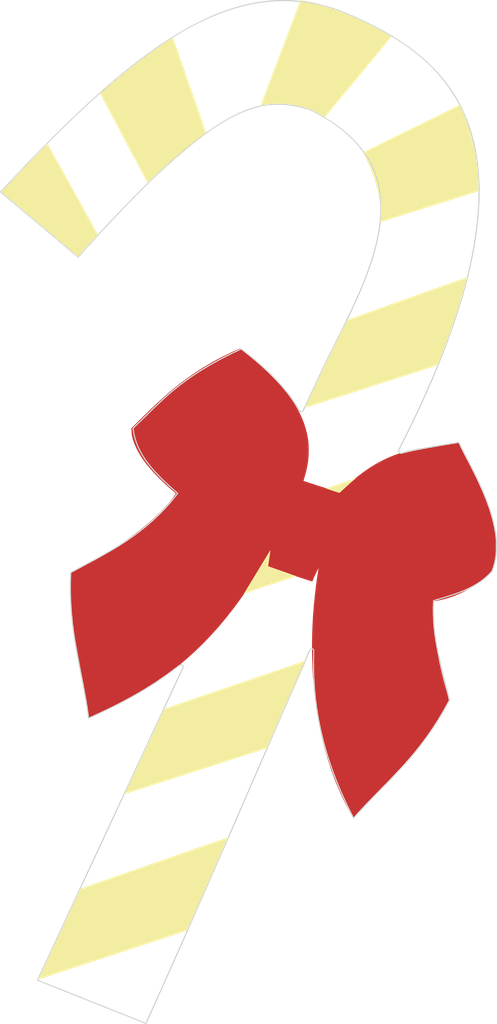
<source format=kicad_pcb>
(kicad_pcb (version 20201116) (generator pcbnew)
  (layers (0 "F.Cu" signal) (31 "B.Cu" signal) (34 "B.Paste" user) (35 "F.Paste" user) (36 "B.SilkS" user "B.Silkscreen") (37 "F.SilkS" user "F.Silkscreen") (38 "B.Mask" user) (39 "F.Mask" user) (44 "Edge.Cuts" user))
  (net 0 "")
  (footprint "11-CandyCane:CandyCane" (layer "F.Cu") (at 147.75 95.25)
    (fp_text reference "Ref**" hide)
    (fp_text value "Val**" hide)
    (fp_poly (pts (xy -1.656135 -14.78139) (xy -1.346066 -14.524575) (xy -1.064186 -14.288288) (xy -0.804841 -14.067622) (xy -0.562377 -13.857672) (xy -0.331141 -13.653534) (xy -0.105479 -13.450301) (xy 0.120264 -13.243067) (xy 0.169334 -13.197536) (xy 0.692088 -12.696973) (xy 1.174323 -12.204475) (xy 1.616821 -11.718816) (xy 2.020363 -11.238772) (xy 2.385733 -10.763118) (xy 2.713712 -10.290628) (xy 3.005082 -9.820078) (xy 3.260625 -9.350242) (xy 3.481123 -8.879895) (xy 3.66736 -8.407813) (xy 3.820116 -7.932771) (xy 3.940173 -7.453543) (xy 3.987117 -7.217833) (xy 4.024985 -6.994963) (xy 4.053302 -6.788807) (xy 4.073132 -6.586806) (xy 4.085533 -6.376398) (xy 4.091568 -6.145022) (xy 4.092575 -5.969) (xy 4.079948 -5.511587) (xy 4.04166 -5.066282) (xy 3.976261 -4.624011) (xy 3.8823 -4.175701) (xy 3.758326 -3.712281) (xy 3.702111 -3.52735) (xy 3.671509 -3.426893) (xy 3.647239 -3.341702) (xy 3.631363 -3.279463) (xy 3.625944 -3.24786) (xy 3.62648 -3.245632) (xy 3.647657 -3.237774) (xy 3.706084 -3.21794) (xy 3.798713 -3.187125) (xy 3.922496 -3.146326) (xy 4.074387 -3.096539) (xy 4.251338 -3.03876) (xy 4.450301 -2.973985) (xy 4.66823 -2.90321) (xy 4.902077 -2.827431) (xy 5.148795 -2.747645) (xy 5.240374 -2.718069) (xy 6.844617 -2.200158) (xy 6.930684 -2.28101) (xy 6.976623 -2.324357) (xy 7.045346 -2.389438) (xy 7.128982 -2.468792) (xy 7.219662 -2.554954) (xy 7.260508 -2.593806) (xy 7.82968 -3.113664) (xy 8.400435 -3.591484) (xy 8.973201 -4.027544) (xy 9.548406 -4.422125) (xy 10.12648 -4.775504) (xy 10.707851 -5.087961) (xy 11.292948 -5.359775) (xy 11.840157 -5.576097) (xy 12.09293 -5.664393) (xy 12.347128 -5.746197) (xy 12.60722 -5.822521) (xy 12.877676 -5.894375) (xy 13.162964 -5.962771) (xy 13.467553 -6.028719) (xy 13.795913 -6.09323) (xy 14.152513 -6.157315) (xy 14.541822 -6.221986) (xy 14.968309 -6.288252) (xy 15.028334 -6.297279) (xy 15.391026 -6.352474) (xy 15.733101 -6.40622) (xy 16.05208 -6.458074) (xy 16.345483 -6.507593) (xy 16.61083 -6.554333) (xy 16.84564 -6.59785) (xy 17.047435 -6.637703) (xy 17.213734 -6.673446) (xy 17.342058 -6.704637) (xy 17.401828 -6.721609) (xy 17.411957 -6.716758) (xy 17.428976 -6.696448) (xy 17.454011 -6.658581) (xy 17.488188 -6.60106) (xy 17.532632 -6.521789) (xy 17.588468 -6.418671) (xy 17.656822 -6.289608) (xy 17.738819 -6.132505) (xy 17.835586 -5.945264) (xy 17.948247 -5.725789) (xy 18.077929 -5.471982) (xy 18.177568 -5.276436) (xy 18.302075 -5.031469) (xy 18.425926 -4.78704) (xy 18.547015 -4.547345) (xy 18.663239 -4.316581) (xy 18.772494 -4.098946) (xy 18.872676 -3.898637) (xy 18.961682 -3.719851) (xy 19.037408 -3.566784) (xy 19.09775 -3.443635) (xy 19.135428 -3.3655) (xy 19.395265 -2.808106) (xy 19.629541 -2.280262) (xy 19.839348 -1.778629) (xy 20.025775 -1.299864) (xy 20.189914 -0.840627) (xy 20.332854 -0.397578) (xy 20.455687 0.032625) (xy 20.559502 0.453322) (xy 20.645391 0.867854) (xy 20.714443 1.279563) (xy 20.757741 1.604447) (xy 20.773443 1.772802) (xy 20.785054 1.971975) (xy 20.792575 2.192515) (xy 20.796011 2.424973) (xy 20.795364 2.659897) (xy 20.790637 2.887837) (xy 20.781833 3.099344) (xy 20.768956 3.284965) (xy 20.757167 3.39725) (xy 20.706559 3.736901) (xy 20.640424 4.083285) (xy 20.562573 4.417614) (xy 20.512553 4.602086) (xy 20.42779 4.896756) (xy 20.290254 5.020887) (xy 19.786699 5.450425) (xy 19.270422 5.841829) (xy 18.742405 6.194598) (xy 18.203633 6.508234) (xy 17.655091 6.782236) (xy 17.097762 7.016105) (xy 16.532632 7.209342) (xy 15.960683 7.361446) (xy 15.499292 7.453108) (xy 15.218834 7.500516) (xy 15.219038 8.13705) (xy 15.229879 8.792305) (xy 15.262275 9.455382) (xy 15.316669 10.128952) (xy 15.393503 10.815691) (xy 15.49322 11.51827) (xy 15.616261 12.239363) (xy 15.763068 12.981644) (xy 15.934083 13.747786) (xy 16.129749 14.540462) (xy 16.350508 15.362345) (xy 16.501655 15.892848) (xy 16.639215 16.365778) (xy 16.40267 16.792431) (xy 15.927932 17.621045) (xy 15.442731 18.4123) (xy 14.943918 19.170538) (xy 14.428341 19.900096) (xy 13.89285 20.605315) (xy 13.334292 21.290533) (xy 12.749517 21.960091) (xy 12.288762 22.457834) (xy 12.226928 22.522143) (xy 12.13808 22.613251) (xy 12.025234 22.728116) (xy 11.891406 22.863698) (xy 11.739612 23.016958) (xy 11.572868 23.184854) (xy 11.394189 23.364347) (xy 11.206593 23.552397) (xy 11.013095 23.745963) (xy 10.816711 23.942005) (xy 10.787378 23.97125) (xy 10.469014 24.289461) (xy 10.178891 24.581339) (xy 9.914459 24.849603) (xy 9.67317 25.096975) (xy 9.452473 25.326174) (xy 9.24982 25.539921) (xy 9.062662 25.740936) (xy 8.88845 25.931939) (xy 8.724633 26.115649) (xy 8.568664 26.294789) (xy 8.417993 26.472076) (xy 8.270071 26.650233) (xy 8.223576 26.707042) (xy 8.16872 26.773571) (xy 8.124743 26.825557) (xy 8.097815 26.855775) (xy 8.092517 26.8605) (xy 8.078366 26.844843) (xy 8.056817 26.812875) (xy 7.955998 26.645534) (xy 7.841881 26.444959) (xy 7.717457 26.216991) (xy 7.585712 25.96747) (xy 7.449637 25.702238) (xy 7.312219 25.427135) (xy 7.176448 25.148003) (xy 7.045312 24.870683) (xy 6.9218 24.601015) (xy 6.898881 24.549871) (xy 6.510022 23.62912) (xy 6.153316 22.681285) (xy 5.82891 21.706988) (xy 5.536948 20.706853) (xy 5.277579 19.681503) (xy 5.050947 18.63156) (xy 4.8572 17.557648) (xy 4.696485 16.46039) (xy 4.568946 15.340408) (xy 4.477909 14.245167) (xy 4.434992 13.491272) (xy 4.406984 12.708317) (xy 4.393887 11.906861) (xy 4.3957 11.097464) (xy 4.412423 10.290687) (xy 4.444056 9.497088) (xy 4.477943 8.911167) (xy 4.547772 7.99544) (xy 4.635983 7.078213) (xy 4.741227 6.171749) (xy 4.862158 5.288307) (xy 4.912733 4.95615) (xy 4.932043 4.82975) (xy 4.948113 4.718267) (xy 4.960087 4.628202) (xy 4.967106 4.56606) (xy 4.968311 4.538342) (xy 4.96799 4.537601) (xy 4.956802 4.553011) (xy 4.930851 4.60112) (xy 4.892904 4.676094) (xy 4.845725 4.772099) (xy 4.792079 4.883299) (xy 4.734731 5.00386) (xy 4.676447 5.127947) (xy 4.619992 5.249726) (xy 4.568131 5.363361) (xy 4.52363 5.463019) (xy 4.489253 5.542863) (xy 4.475192 5.577417) (xy 4.446653 5.649341) (xy 4.424416 5.703977) (xy 4.412654 5.731105) (xy 4.412 5.73224) (xy 4.39165 5.726665) (xy 4.333834 5.708631) (xy 4.24126 5.679025) (xy 4.116637 5.638732) (xy 3.962675 5.588639) (xy 3.782082 5.529631) (xy 3.577567 5.462595) (xy 3.351839 5.388416) (xy 3.107606 5.30798) (xy 2.847578 5.222174) (xy 2.574463 5.131883) (xy 2.413756 5.078679) (xy 0.660403 4.497917) (xy 4.974167 4.497917) (xy 4.98475 4.5085) (xy 4.995334 4.497917) (xy 4.98475 4.487334) (xy 4.974167 4.497917) (xy 0.660403 4.497917) (xy 0.42052 4.418461) (xy 0.432231 4.341772) (xy 0.438635 4.301105) (xy 0.450825 4.224872) (xy 0.467798 4.119297) (xy 0.488552 3.990598) (xy 0.512085 3.844998) (xy 0.537396 3.688717) (xy 0.539471 3.67592) (xy 0.564174 3.523024) (xy 0.586486 3.383893) (xy 0.605548 3.263964) (xy 0.620502 3.168673) (xy 0.630489 3.103454) (xy 0.634652 3.073743) (xy 0.63472 3.07267) (xy 0.625306 3.083255) (xy 0.600384 3.123542) (xy 0.564535 3.185968) (xy 0.547121 3.217334) (xy -0.045213 4.262132) (xy -0.651284 5.267446) (xy -1.271754 6.234054) (xy -1.90729 7.162737) (xy -2.558555 8.054273) (xy -3.226214 8.909443) (xy -3.910931 9.729026) (xy -4.613371 10.513802) (xy -5.334198 11.26455) (xy -6.074077 11.98205) (xy -6.833672 12.667082) (xy -7.613647 13.320425) (xy -8.414667 13.94286) (xy -8.89 14.290615) (xy -9.682154 14.837324) (xy -10.501969 15.363555) (xy -11.351535 15.870469) (xy -12.232941 16.359226) (xy -13.148277 16.830987) (xy -14.099632 17.286912) (xy -15.041572 17.707678) (xy -15.178522 17.76664) (xy -15.302411 17.819654) (xy -15.408024 17.864516) (xy -15.49015 17.89902) (xy -15.543575 17.920963) (xy -15.562981 17.928167) (xy -15.570323 17.908885) (xy -15.579335 17.85827) (xy -15.588093 17.787171) (xy -15.588286 17.785292) (xy -15.622165 17.480699) (xy -15.665667 17.137866) (xy -15.718845 16.756472) (xy -15.78175 16.336194) (xy -15.854434 15.876713) (xy -15.936949 15.377708) (xy -16.029347 14.838857) (xy -16.131681 14.259839) (xy -16.244001 13.640334) (xy -16.360186 13.01303) (xy -16.457208 12.490795) (xy -16.545754 12.006774) (xy -16.626242 11.557792) (xy -16.699094 11.140675) (xy -16.764729 10.752247) (xy -16.823567 10.389335) (xy -16.876027 10.048764) (xy -16.922531 9.727359) (xy -16.963496 9.421946) (xy -16.999345 9.129351) (xy -17.030495 8.846399) (xy -17.057368 8.569915) (xy -17.080383 8.296725) (xy -17.09996 8.023655) (xy -17.116519 7.74753) (xy -17.13048 7.465175) (xy -17.142262 7.173416) (xy -17.145769 7.073799) (xy -17.150028 6.912351) (xy -17.152689 6.730837) (xy -17.153847 6.534559) (xy -17.153601 6.328819) (xy -17.152049 6.118918) (xy -17.149288 5.910159) (xy -17.145416 5.707844) (xy -17.140531 5.517275) (xy -17.134731 5.343754) (xy -17.128113 5.192582) (xy -17.120775 5.069061) (xy -17.112815 4.978495) (xy -17.106335 4.934606) (xy -17.099907 4.910143) (xy -17.088526 4.888828) (xy -17.067136 4.867572) (xy -17.030677 4.843283) (xy -16.974094 4.812871) (xy -16.892327 4.773246) (xy -16.780319 4.721315) (xy -16.688806 4.679454) (xy -16.173773 4.434534) (xy -15.636686 4.160524) (xy -15.082838 3.860651) (xy -14.51752 3.538142) (xy -13.946022 3.196223) (xy -13.373637 2.838122) (xy -12.805655 2.467066) (xy -12.247368 2.086281) (xy -11.704068 1.698994) (xy -11.260666 1.369126) (xy -10.799512 1.010158) (xy -10.357828 0.648714) (xy -9.937908 0.287035) (xy -9.54205 -0.072639) (xy -9.172547 -0.428067) (xy -8.831694 -0.777008) (xy -8.521788 -1.117222) (xy -8.245124 -1.446468) (xy -8.003995 -1.762506) (xy -7.898948 -1.912694) (xy -7.757583 -2.121472) (xy -7.873275 -2.219611) (xy -8.283125 -2.575445) (xy -8.680171 -2.936341) (xy -9.06054 -3.298398) (xy -9.42036 -3.657713) (xy -9.755758 -4.010385) (xy -10.062862 -4.352511) (xy -10.337798 -4.680189) (xy -10.428456 -4.79425) (xy -10.69517 -5.154671) (xy -10.936158 -5.520234) (xy -11.149291 -5.886792) (xy -11.332441 -6.250201) (xy -11.483478 -6.606315) (xy -11.600273 -6.95099) (xy -11.664379 -7.200684) (xy -11.682773 -7.303576) (xy -11.699596 -7.431306) (xy -11.712802 -7.566382) (xy -11.719612 -7.672916) (xy -11.731778 -7.948083) (xy -10.897535 -8.773583) (xy -10.478396 -9.185791) (xy -10.083733 -9.568493) (xy -9.71052 -9.924368) (xy -9.355733 -10.256094) (xy -9.016348 -10.566352) (xy -8.689339 -10.857819) (xy -8.371681 -11.133175) (xy -8.060351 -11.395098) (xy -7.752322 -11.646267) (xy -7.444572 -11.88936) (xy -7.134073 -12.127058) (xy -6.985 -12.238663) (xy -6.195013 -12.800367) (xy -5.377095 -13.332026) (xy -4.535381 -13.831231) (xy -3.674008 -14.295575) (xy -2.797112 -14.722648) (xy -2.449885 -14.879433) (xy -2.01052 -15.073458) (xy -1.656135 -14.78139)) (layer "F.Cu") (width 0.01) (fill solid))
    (fp_line (start -10.6966 -8.7978) (end -11.5788 -7.9486) (layer "Edge.Cuts") (width 0.1))
    (fp_line (start 16.1889 -38.966) (end 15.8892 -39.333) (layer "Edge.Cuts") (width 0.1))
    (fp_line (start 17.0267 -37.7796) (end 16.7582 -38.1896) (layer "Edge.Cuts") (width 0.1))
    (fp_line (start 19.0092 6.0151) (end 19.3193 5.8186) (layer "Edge.Cuts") (width 0.1))
    (fp_line (start 10.3126 -29.6901) (end 10.3863 -29.3369) (layer "Edge.Cuts") (width 0.1))
    (fp_line (start -11.2628 -28.8153) (end -10.3497 -29.7219) (layer "Edge.Cuts") (width 0.1))
    (fp_line (start 11.3156 23.4822) (end 12.414 22.3194) (layer "Edge.Cuts") (width 0.1))
    (fp_line (start -16.6536 11.7882) (end -16.3656 13.3183) (layer "Edge.Cuts") (width 0.1))
    (fp_line (start 15.8892 -39.333) (end 15.5805 -39.6865) (layer "Edge.Cuts") (width 0.1))
    (fp_line (start 3.6027 -9.5208) (end 3.5464 -9.4523) (layer "Edge.Cuts") (width 0.1))
    (fp_line (start 10.3202 -25.2802) (end 10.161 -24.5173) (layer "Edge.Cuts") (width 0.1))
    (fp_line (start -1.0413 -36.4737) (end -0.5578 -36.6166) (layer "Edge.Cuts") (width 0.1))
    (fp_line (start -10.6065 15.4) (end -9.6031 14.7691) (layer "Edge.Cuts") (width 0.1))
    (fp_line (start 16.0025 -14.4782) (end 16.4216 -15.5714) (layer "Edge.Cuts") (width 0.1))
    (fp_line (start 9.4759 -22.2023) (end 9.1896 -21.4255) (layer "Edge.Cuts") (width 0.1))
    (fp_line (start -7.1518 13.4685) (end -20.1222 41.3137) (layer "Edge.Cuts") (width 0.1))
    (fp_line (start 12.414 22.3194) (end 12.962 21.7066) (layer "Edge.Cuts") (width 0.1))
    (fp_line (start 17.7596 -36.4569) (end 17.528 -36.9136) (layer "Edge.Cuts") (width 0.1))
    (fp_line (start 5.5599 -35.6455) (end 5.9928 -35.3756) (layer "Edge.Cuts") (width 0.1))
    (fp_line (start -10.9572 -5.9113) (end -10.7447 -5.5352) (layer "Edge.Cuts") (width 0.1))
    (fp_line (start -13.4595 2.9053) (end -14.6968 3.6095) (layer "Edge.Cuts") (width 0.1))
    (fp_line (start 19.2895 -28.1653) (end 19.3055 -28.8873) (layer "Edge.Cuts") (width 0.1))
    (fp_line (start 18.1815 -35.4942) (end 17.9777 -35.9839) (layer "Edge.Cuts") (width 0.1))
    (fp_line (start 12.962 21.7066) (end 13.5077 21.0655) (layer "Edge.Cuts") (width 0.1))
    (fp_line (start 5.6203 -45.59799) (end 5.1513 -45.7185) (layer "Edge.Cuts") (width 0.1))
    (fp_line (start 17.1665 -17.6757) (end 17.4936 -18.6874) (layer "Edge.Cuts") (width 0.1))
    (fp_line (start 7.5107 -44.9531) (end 6.5623 -45.30831) (layer "Edge.Cuts") (width 0.1))
    (fp_line (start 20.8665 2.5167) (end 20.8512 2.1155) (layer "Edge.Cuts") (width 0.1))
    (fp_line (start 10.5429 -27.5276) (end 10.5145 -26.7865) (layer "Edge.Cuts") (width 0.1))
    (fp_line (start -14.5819 17.4899) (end -13.5982 17.0202) (layer "Edge.Cuts") (width 0.1))
    (fp_line (start -14.261 -25.6794) (end -13.2168 -26.7961) (layer "Edge.Cuts") (width 0.1))
    (fp_line (start 5.4221 20.0658) (end 5.6799 20.9792) (layer "Edge.Cuts") (width 0.1))
    (fp_line (start -10.7447 -5.5352) (end -10.5076 -5.1679) (layer "Edge.Cuts") (width 0.1))
    (fp_line (start -6.5038 -43.75914) (end -7.4618 -43.21416) (layer "Edge.Cuts") (width 0.1))
    (fp_line (start 19.3055 -28.8873) (end 19.2996 -29.5876) (layer "Edge.Cuts") (width 0.1))
    (fp_line (start -6.1794 -12.6853) (end -6.8221 -12.2384) (layer "Edge.Cuts") (width 0.1))
    (fp_line (start 15.8808 -6.4225) (end 14.4719 -6.1737) (layer "Edge.Cuts") (width 0.1))
    (fp_line (start 20.7779 3.6967) (end 20.8313 3.3081) (layer "Edge.Cuts") (width 0.1))
    (fp_line (start 20.1907 5.108) (end 20.4585 4.8248) (layer "Edge.Cuts") (width 0.1))
    (fp_line (start 3.2721 -9.5255) (end 2.8356 -10.2259) (layer "Edge.Cuts") (width 0.1))
    (fp_line (start 20.699 4.0795) (end 20.7779 3.6967) (layer "Edge.Cuts") (width 0.1))
    (fp_line (start 18.8422 -33.3597) (end 18.7015 -33.9204) (layer "Edge.Cuts") (width 0.1))
    (fp_line (start 6.0906 -45.46129) (end 5.6203 -45.59799) (layer "Edge.Cuts") (width 0.1))
    (fp_line (start 0.3651 -36.803) (end 0.8078 -36.8507) (layer "Edge.Cuts") (width 0.1))
    (fp_line (start 20.4998 0.0868) (end 20.2568 -0.7205) (layer "Edge.Cuts") (width 0.1))
    (fp_line (start 15.5514 -13.357) (end 16.0025 -14.4782) (layer "Edge.Cuts") (width 0.1))
    (fp_line (start -8.6428 -31.3399) (end -7.8457 -32.0555) (layer "Edge.Cuts") (width 0.1))
    (fp_line (start 4.692 16.1817) (end 4.8252 17.1896) (layer "Edge.Cuts") (width 0.1))
    (fp_line (start -0.5578 -36.6166) (end -0.0896 -36.7257) (layer "Edge.Cuts") (width 0.1))
    (fp_line (start -16.3656 13.3183) (end -16.0681 14.8333) (layer "Edge.Cuts") (width 0.1))
    (fp_line (start 14.9381 -40.35456) (end 14.2669 -40.97326) (layer "Edge.Cuts") (width 0.1))
    (fp_line (start -1.9319 -15.0267) (end -1.9319 -15.0267) (layer "Edge.Cuts") (width 0.1))
    (fp_line (start -0.0896 -36.7257) (end 0.3651 -36.803) (layer "Edge.Cuts") (width 0.1))
    (fp_line (start 4.3947 11.7487) (end 4.4517 11.7556) (layer "Edge.Cuts") (width 0.1))
    (fp_line (start 17.7231 -6.215) (end 17.4978 -6.6858) (layer "Edge.Cuts") (width 0.1))
    (fp_line (start -17.1544 4.9319) (end -17.1852 5.8916) (layer "Edge.Cuts") (width 0.1))
    (fp_line (start -7.6005 13.3346) (end -7.4618 13.2296) (layer "Edge.Cuts") (width 0.1))
    (fp_line (start -4.709 -13.5984) (end -5.4775 -13.1384) (layer "Edge.Cuts") (width 0.1))
    (fp_line (start 2.081 -36.8371) (end 2.4927 -36.7874) (layer "Edge.Cuts") (width 0.1))
    (fp_line (start 14.2669 -40.97326) (end 13.5719 -41.54583) (layer "Edge.Cuts") (width 0.1))
    (fp_line (start -13.2168 -26.7961) (end -12.218 -27.8407) (layer "Edge.Cuts") (width 0.1))
    (fp_line (start 16.4788 -38.585) (end 16.1889 -38.966) (layer "Edge.Cuts") (width 0.1))
    (fp_line (start 19.1576 -31.5634) (end 19.0709 -32.1816) (layer "Edge.Cuts") (width 0.1))
    (fp_line (start 15.6403 18.1101) (end 16.1545 17.2463) (layer "Edge.Cuts") (width 0.1))
    (fp_line (start 7.5019 -34.2415) (end 7.8256 -33.9449) (layer "Edge.Cuts") (width 0.1))
    (fp_line (start -12.2304 2.1362) (end -12.8433 2.5306) (layer "Edge.Cuts") (width 0.1))
    (fp_line (start -10.3497 -29.7219) (end -9.4769 -30.5628) (layer "Edge.Cuts") (width 0.1))
    (fp_line (start 9.965 -23.7493) (end 9.7355 -22.9772) (layer "Edge.Cuts") (width 0.1))
    (fp_line (start -3.1614 -35.5203) (end -2.6001 -35.8201) (layer "Edge.Cuts") (width 0.1))
    (fp_line (start 10.2229 24.5974) (end 11.3156 23.4822) (layer "Edge.Cuts") (width 0.1))
    (fp_line (start 16.4216 -15.5714) (end 16.8094 -16.6371) (layer "Edge.Cuts") (width 0.1))
    (fp_line (start 4.9926 18.1721) (end 5.1923 19.1305) (layer "Edge.Cuts") (width 0.1))
    (fp_line (start 0.9699 -46.091) (end 0.5074 -46.05507) (layer "Edge.Cuts") (width 0.1))
    (fp_line (start 6.6009 23.6) (end 6.9501 24.4376) (layer "Edge.Cuts") (width 0.1))
    (fp_line (start -8.4665 -10.9273) (end -8.9442 -10.4977) (layer "Edge.Cuts") (width 0.1))
    (fp_line (start 16.1307 14.19) (end 15.8699 13.1227) (layer "Edge.Cuts") (width 0.1))
    (fp_line (start 1.8953 -46.11715) (end 1.4325 -46.11173) (layer "Edge.Cuts") (width 0.1))
    (fp_line (start -7.6024 -2.1366) (end -8.142 -1.462) (layer "Edge.Cuts") (width 0.1))
    (fp_line (start 7.0994 -16.7869) (end 5.5988 -13.795) (layer "Edge.Cuts") (width 0.1))
    (fp_line (start 3.5464 -9.4523) (end 3.457 -9.4188) (layer "Edge.Cuts") (width 0.1))
    (fp_line (start -11.4264 -7.0994) (end -11.3001 -6.6927) (layer "Edge.Cuts") (width 0.1))
    (fp_line (start 20.2568 -0.7205) (end 19.9717 -1.5159) (layer "Edge.Cuts") (width 0.1))
    (fp_line (start 16.6538 7.012) (end 17.3509 6.7766) (layer "Edge.Cuts") (width 0.1))
    (fp_line (start 18.0601 -20.6323) (end 18.3008 -21.5662) (layer "Edge.Cuts") (width 0.1))
    (fp_line (start -17.1852 5.8916) (end -17.1824 6.8147) (layer "Edge.Cuts") (width 0.1))
    (fp_line (start 3.457 -9.4188) (end 3.4072 -9.4206) (layer "Edge.Cuts") (width 0.1))
    (fp_line (start 10.5145 -26.7865) (end 10.4391 -26.037) (layer "Edge.Cuts") (width 0.1))
    (fp_line (start 19.3193 5.8186) (end 19.6202 5.6031) (layer "Edge.Cuts") (width 0.1))
    (fp_line (start 3.4072 -9.4206) (end 3.3578 -9.4375) (layer "Edge.Cuts") (width 0.1))
    (fp_line (start 7.8256 -33.9449) (end 8.1287 -33.6434) (layer "Edge.Cuts") (width 0.1))
    (fp_line (start 15.3559 10.3844) (end 15.2929 9.8166) (layer "Edge.Cuts") (width 0.1))
    (fp_line (start 17.9777 -35.9839) (end 17.7596 -36.4569) (layer "Edge.Cuts") (width 0.1))
    (fp_line (start 4.5951 15.1473) (end 4.692 16.1817) (layer "Edge.Cuts") (width 0.1))
    (fp_line (start 9.1434 -32.3909) (end 9.3499 -32.0667) (layer "Edge.Cuts") (width 0.1))
    (fp_line (start -7.2329 13.1656) (end -7.179 13.196) (layer "Edge.Cuts") (width 0.1))
    (fp_line (start -10.4349 45.1735) (end -8.5691 41.0222) (layer "Edge.Cuts") (width 0.1))
    (fp_line (start -8.142 -1.462) (end -8.6954 -0.8344) (layer "Edge.Cuts") (width 0.1))
    (fp_line (start 2.3471 -10.9126) (end 1.8021 -11.5906) (layer "Edge.Cuts") (width 0.1))
    (fp_line (start -7.9583 -11.3601) (end -8.4665 -10.9273) (layer "Edge.Cuts") (width 0.1))
    (fp_line (start -8.6954 -0.8344) (end -9.2611 -0.2504) (layer "Edge.Cuts") (width 0.1))
    (fp_line (start 5.1923 19.1305) (end 5.4221 20.0658) (layer "Edge.Cuts") (width 0.1))
    (fp_line (start 15.2199 8.0544) (end 15.2409 7.4441) (layer "Edge.Cuts") (width 0.1))
    (fp_line (start 17.9944 -5.6813) (end 17.7231 -6.215) (layer "Edge.Cuts") (width 0.1))
    (fp_line (start 2.9008 -36.7188) (end 3.3071 -36.6332) (layer "Edge.Cuts") (width 0.1))
    (fp_line (start 18.9742 -3.7669) (end 18.631 -4.4509) (layer "Edge.Cuts") (width 0.1))
    (fp_line (start 4.2228 11.817) (end 4.2746 11.78) (layer "Edge.Cuts") (width 0.1))
    (fp_line (start -12.8433 2.5306) (end -13.4595 2.9053) (layer "Edge.Cuts") (width 0.1))
    (fp_line (start 8.6747 -33.0262) (end 8.9185 -32.7107) (layer "Edge.Cuts") (width 0.1))
    (fp_line (start -17.6775 -34.9406) (end -18.7845 -33.8483) (layer "Edge.Cuts") (width 0.1))
    (fp_line (start -16.9043 10.2136) (end -16.7854 11.0083) (layer "Edge.Cuts") (width 0.1))
    (fp_line (start 0.8078 -36.8507) (end 1.2402 -36.8708) (layer "Edge.Cuts") (width 0.1))
    (fp_line (start 15.6325 12.0435) (end 15.4349 10.9441) (layer "Edge.Cuts") (width 0.1))
    (fp_line (start 12.7947 -7.3175) (end 13.415 -8.5845) (layer "Edge.Cuts") (width 0.1))
    (fp_line (start 12.31 -5.7177) (end 12.2425 -5.7312) (layer "Edge.Cuts") (width 0.1))
    (fp_line (start 18.6907 6.1944) (end 19.0092 6.0151) (layer "Edge.Cuts") (width 0.1))
    (fp_line (start -2.738 -45.38625) (end -3.6715 -45.06397) (layer "Edge.Cuts") (width 0.1))
    (fp_line (start 17.2835 -37.3544) (end 17.0267 -37.7796) (layer "Edge.Cuts") (width 0.1))
    (fp_line (start -0.2183 -13.6229) (end -1.0354 -14.3166) (layer "Edge.Cuts") (width 0.1))
    (fp_line (start 4.6835 -45.82293) (end 4.2168 -45.91136) (layer "Edge.Cuts") (width 0.1))
    (fp_line (start 9.3499 -32.0667) (end 9.5382 -31.7385) (layer "Edge.Cuts") (width 0.1))
    (fp_line (start -17.0069 9.4006) (end -16.9043 10.2136) (layer "Edge.Cuts") (width 0.1))
    (fp_line (start 5.5988 -13.795) (end 3.6027 -9.5208) (layer "Edge.Cuts") (width 0.1))
    (fp_line (start 17.7912 -19.6728) (end 18.0601 -20.6323) (layer "Edge.Cuts") (width 0.1))
    (fp_line (start -16.0681 14.8333) (end -15.7887 16.3622) (layer "Edge.Cuts") (width 0.1))
    (fp_line (start -5.6596 -33.8544) (end -4.9938 -34.3451) (layer "Edge.Cuts") (width 0.1))
    (fp_line (start -18.7845 -33.8483) (end -19.9111 -32.7109) (layer "Edge.Cuts") (width 0.1))
    (fp_line (start -12.218 -27.8407) (end -11.2628 -28.8153) (layer "Edge.Cuts") (width 0.1))
    (fp_line (start 18.8605 -24.2185) (end 18.995 -25.0542) (layer "Edge.Cuts") (width 0.1))
    (fp_line (start -15.7887 16.3622) (end -15.6645 17.1411) (layer "Edge.Cuts") (width 0.1))
    (fp_line (start -19.9111 -32.7109) (end -21.0582 -31.5292) (layer "Edge.Cuts") (width 0.1))
    (fp_line (start -9.2611 -0.2504) (end -9.8379 0.2936) (layer "Edge.Cuts") (width 0.1))
    (fp_line (start 2.3584 -46.10718) (end 1.8953 -46.11715) (layer "Edge.Cuts") (width 0.1))
    (fp_line (start -7.4618 13.2296) (end -7.3773 13.1784) (layer "Edge.Cuts") (width 0.1))
    (fp_line (start 15.2409 7.4441) (end 16.6538 7.012) (layer "Edge.Cuts") (width 0.1))
    (fp_line (start -3.6715 -45.06397) (end -4.6097 -44.68484) (layer "Edge.Cuts") (width 0.1))
    (fp_line (start -17.1495 7.7048) (end -17.0898 8.5656) (layer "Edge.Cuts") (width 0.1))
    (fp_line (start 9.186 -44.19212) (end 8.4664 -44.53157) (layer "Edge.Cuts") (width 0.1))
    (fp_line (start 2.822 -46.08172) (end 2.3584 -46.10718) (layer "Edge.Cuts") (width 0.1))
    (fp_line (start -4.9938 -34.3451) (end -4.3566 -34.7849) (layer "Edge.Cuts") (width 0.1))
    (fp_line (start 19.2511 -27.4215) (end 19.2895 -28.1653) (layer "Edge.Cuts") (width 0.1))
    (fp_line (start -5.4775 -13.1384) (end -6.1794 -12.6853) (layer "Edge.Cuts") (width 0.1))
    (fp_line (start 12.1901 -5.7631) (end 12.1524 -5.8082) (layer "Edge.Cuts") (width 0.1))
    (fp_line (start 9.7355 -22.9772) (end 9.4759 -22.2023) (layer "Edge.Cuts") (width 0.1))
    (fp_line (start 3.7511 -45.98391) (end 3.2862 -46.04066) (layer "Edge.Cuts") (width 0.1))
    (fp_line (start -8.6004 14.0827) (end -7.6005 13.3346) (layer "Edge.Cuts") (width 0.1))
    (fp_line (start 18.995 -25.0542) (end 19.1045 -25.8663) (layer "Edge.Cuts") (width 0.1))
    (fp_line (start 15.2929 9.8166) (end 15.2479 9.2396) (layer "Edge.Cuts") (width 0.1))
    (fp_line (start 8.4664 -44.53157) (end 7.5107 -44.9531) (layer "Edge.Cuts") (width 0.1))
    (fp_line (start -11.6083 15.9814) (end -10.6065 15.4) (layer "Edge.Cuts") (width 0.1))
    (fp_line (start -21.0582 -31.5292) (end -23.4178 -29.0363) (layer "Edge.Cuts") (width 0.1))
    (fp_line (start 5.6799 20.9792) (end 5.9637 21.8719) (layer "Edge.Cuts") (width 0.1))
    (fp_line (start -1.5417 -36.2947) (end -1.0413 -36.4737) (layer "Edge.Cuts") (width 0.1))
    (fp_line (start 16.1545 17.2463) (end 16.6586 16.3216) (layer "Edge.Cuts") (width 0.1))
    (fp_line (start -6.3557 -33.3106) (end -5.6596 -33.8544) (layer "Edge.Cuts") (width 0.1))
    (fp_line (start 16.6586 16.3216) (end 16.399 15.2536) (layer "Edge.Cuts") (width 0.1))
    (fp_line (start 18.7004 -23.3589) (end 18.8605 -24.2185) (layer "Edge.Cuts") (width 0.1))
    (fp_line (start -14.4635 -37.9397) (end -15.5179 -36.9871) (layer "Edge.Cuts") (width 0.1))
    (fp_line (start 2.4927 -36.7874) (end 2.9008 -36.7188) (layer "Edge.Cuts") (width 0.1))
    (fp_line (start -9.8379 0.2936) (end -10.4246 0.8008) (layer "Edge.Cuts") (width 0.1))
    (fp_line (start -6.8221 -12.2384) (end -7.4126 -11.7969) (layer "Edge.Cuts") (width 0.1))
    (fp_line (start 18.631 -4.4509) (end 17.9944 -5.6813) (layer "Edge.Cuts") (width 0.1))
    (fp_line (start 12.1308 -42.56542) (end 11.3948 -43.01884) (layer "Edge.Cuts") (width 0.1))
    (fp_line (start 5.1513 -45.7185) (end 4.6835 -45.82293) (layer "Edge.Cuts") (width 0.1))
    (fp_line (start 19.0709 -32.1816) (end 18.9656 -32.7802) (layer "Edge.Cuts") (width 0.1))
    (fp_line (start -7.179 13.196) (end -7.141 13.2455) (layer "Edge.Cuts") (width 0.1))
    (fp_line (start -1.0354 -14.3166) (end -1.9319 -15.0267) (layer "Edge.Cuts") (width 0.1))
    (fp_line (start -20.1222 41.3137) (end -10.4349 45.1735) (layer "Edge.Cuts") (width 0.1))
    (fp_line (start 13.5077 21.0655) (end 14.0496 20.3908) (layer "Edge.Cuts") (width 0.1))
    (fp_line (start 13.5719 -41.54583) (end 12.8582 -42.07548) (layer "Edge.Cuts") (width 0.1))
    (fp_line (start 19.1897 -26.6553) (end 19.2511 -27.4215) (layer "Edge.Cuts") (width 0.1))
    (fp_line (start 4.2746 11.78) (end 4.3947 11.7487) (layer "Edge.Cuts") (width 0.1))
    (fp_line (start -3.8668 -14.0659) (end -4.709 -13.5984) (layer "Edge.Cuts") (width 0.1))
    (fp_line (start 8.9185 -32.7107) (end 9.1434 -32.3909) (layer "Edge.Cuts") (width 0.1))
    (fp_line (start 5.9928 -35.3756) (end 6.4031 -35.1002) (layer "Edge.Cuts") (width 0.1))
    (fp_line (start 20.4585 4.8248) (end 20.593 4.4558) (layer "Edge.Cuts") (width 0.1))
    (fp_line (start -5.5535 -44.24963) (end -6.5038 -43.75914) (layer "Edge.Cuts") (width 0.1))
    (fp_line (start -8.5691 41.0222) (end -6.7205 36.8635) (layer "Edge.Cuts") (width 0.1))
    (fp_line (start 12.8582 -42.07548) (end 12.1308 -42.56542) (layer "Edge.Cuts") (width 0.1))
    (fp_line (start 4.1205 -36.42) (end 4.6241 -36.1678) (layer "Edge.Cuts") (width 0.1))
    (fp_line (start -9.6691 -4.1112) (end -9.0243 -3.4373) (layer "Edge.Cuts") (width 0.1))
    (fp_line (start 8.1287 -33.6434) (end 8.4116 -33.3371) (layer "Edge.Cuts") (width 0.1))
    (fp_line (start -7.4126 -11.7969) (end -7.9583 -11.3601) (layer "Edge.Cuts") (width 0.1))
    (fp_line (start -17.0898 8.5656) (end -17.0069 9.4006) (layer "Edge.Cuts") (width 0.1))
    (fp_line (start 6.5623 -45.30831) (end 6.0906 -45.46129) (layer "Edge.Cuts") (width 0.1))
    (fp_line (start 4.5434 11.8733) (end 4.5188 12.9943) (layer "Edge.Cuts") (width 0.1))
    (fp_line (start 18.7015 -33.9204) (end 18.544 -34.4628) (layer "Edge.Cuts") (width 0.1))
    (fp_line (start 4.8252 17.1896) (end 4.9926 18.1721) (layer "Edge.Cuts") (width 0.1))
    (fp_line (start 10.3863 -29.3369) (end 10.4453 -28.9805) (layer "Edge.Cuts") (width 0.1))
    (fp_line (start 7.6995 26.066) (end 8.0955 26.859) (layer "Edge.Cuts") (width 0.1))
    (fp_line (start -16.5889 -35.9872) (end -17.6775 -34.9406) (layer "Edge.Cuts") (width 0.1))
    (fp_line (start -10.3911 -41.26013) (end -11.3894 -40.50506) (layer "Edge.Cuts") (width 0.1))
    (fp_line (start 14.5865 19.6769) (end 15.1172 18.9185) (layer "Edge.Cuts") (width 0.1))
    (fp_line (start 7.8446 -18.3216) (end 7.0994 -16.7869) (layer "Edge.Cuts") (width 0.1))
    (fp_line (start 10.161 -24.5173) (end 9.965 -23.7493) (layer "Edge.Cuts") (width 0.1))
    (fp_line (start 18.514 -22.4749) (end 18.7004 -23.3589) (layer "Edge.Cuts") (width 0.1))
    (fp_line (start 17.4978 -6.6858) (end 15.8808 -6.4225) (layer "Edge.Cuts") (width 0.1))
    (fp_line (start -8.9442 -10.4977) (end -9.8377 -9.6455) (layer "Edge.Cuts") (width 0.1))
    (fp_line (start 19.6556 -2.293) (end 19.3194 -3.0455) (layer "Edge.Cuts") (width 0.1))
    (fp_line (start -4.6097 -44.68484) (end -5.5535 -44.24963) (layer "Edge.Cuts") (width 0.1))
    (fp_line (start -7.3 13.1584) (end -7.2329 13.1656) (layer "Edge.Cuts") (width 0.1))
    (fp_line (start 17.3509 6.7766) (end 18.0322 6.5089) (layer "Edge.Cuts") (width 0.1))
    (fp_line (start -11.52 -7.5179) (end -11.4264 -7.0994) (layer "Edge.Cuts") (width 0.1))
    (fp_line (start -16.4921 -23.2208) (end -15.3522 -24.4883) (layer "Edge.Cuts") (width 0.1))
    (fp_line (start 5.9637 21.8719) (end 6.2714 22.7451) (layer "Edge.Cuts") (width 0.1))
    (fp_line (start 8.0955 26.859) (end 8.6169 26.2761) (layer "Edge.Cuts") (width 0.1))
    (fp_line (start -9.4044 -41.96387) (end -10.3911 -41.26013) (layer "Edge.Cuts") (width 0.1))
    (fp_line (start 20.7614 1.3062) (end 20.6898 0.8997) (layer "Edge.Cuts") (width 0.1))
    (fp_line (start -9.8377 -9.6455) (end -10.6966 -8.7978) (layer "Edge.Cuts") (width 0.1))
    (fp_line (start 12.1386 -6.0201) (end 12.7947 -7.3175) (layer "Edge.Cuts") (width 0.1))
    (fp_line (start 19.911 5.3669) (end 20.1907 5.108) (layer "Edge.Cuts") (width 0.1))
    (fp_line (start -8.33 -2.781) (end -7.6024 -2.1366) (layer "Edge.Cuts") (width 0.1))
    (fp_line (start -10.5076 -5.1679) (end -10.248 -4.8086) (layer "Edge.Cuts") (width 0.1))
    (fp_line (start -7.1245 13.3858) (end -7.1518 13.4685) (layer "Edge.Cuts") (width 0.1))
    (fp_line (start 12.1191 -5.9181) (end 12.1386 -6.0201) (layer "Edge.Cuts") (width 0.1))
    (fp_line (start -1.9319 -15.0267) (end -2.9435 -14.5418) (layer "Edge.Cuts") (width 0.1))
    (fp_line (start 19.6202 5.6031) (end 19.911 5.3669) (layer "Edge.Cuts") (width 0.1))
    (fp_line (start -11.3894 -40.50506) (end -12.4002 -39.6994) (layer "Edge.Cuts") (width 0.1))
    (fp_line (start 1.1958 -12.2649) (end 0.5239 -12.9407) (layer "Edge.Cuts") (width 0.1))
    (fp_line (start 18.9656 -32.7802) (end 18.8422 -33.3597) (layer "Edge.Cuts") (width 0.1))
    (fp_line (start 8.5503 -19.8707) (end 7.8446 -18.3216) (layer "Edge.Cuts") (width 0.1))
    (fp_line (start -15.5179 -36.9871) (end -16.5889 -35.9872) (layer "Edge.Cuts") (width 0.1))
    (fp_line (start 12.1524 -5.8082) (end 12.1191 -5.9181) (layer "Edge.Cuts") (width 0.1))
    (fp_line (start -15.3522 -24.4883) (end -14.261 -25.6794) (layer "Edge.Cuts") (width 0.1))
    (fp_line (start 4.2168 -45.91136) (end 3.7511 -45.98391) (layer "Edge.Cuts") (width 0.1))
    (fp_line (start -2.6001 -35.8201) (end -2.0608 -36.0775) (layer "Edge.Cuts") (width 0.1))
    (fp_line (start 11.3948 -43.01884) (end 10.6553 -43.43896) (layer "Edge.Cuts") (width 0.1))
    (fp_line (start 16.7582 -38.1896) (end 16.4788 -38.585) (layer "Edge.Cuts") (width 0.1))
    (fp_line (start -9.9678 -4.4566) (end -9.6691 -4.1112) (layer "Edge.Cuts") (width 0.1))
    (fp_line (start -1.9319 -15.0267) (end -1.9319 -15.0267) (layer "Edge.Cuts") (width 0.1))
    (fp_line (start 3.3118 -9.4717) (end 3.2721 -9.5255) (layer "Edge.Cuts") (width 0.1))
    (fp_line (start -16.7854 11.0083) (end -16.6536 11.7882) (layer "Edge.Cuts") (width 0.1))
    (fp_line (start 6.2714 22.7451) (end 6.6009 23.6) (layer "Edge.Cuts") (width 0.1))
    (fp_line (start 15.1172 18.9185) (end 15.6403 18.1101) (layer "Edge.Cuts") (width 0.1))
    (fp_line (start 9.9991 -30.7304) (end 10.1194 -30.3871) (layer "Edge.Cuts") (width 0.1))
    (fp_line (start -10.4246 0.8008) (end -11.0197 1.2747) (layer "Edge.Cuts") (width 0.1))
    (fp_line (start 20.8604 2.9145) (end 20.8665 2.5167) (layer "Edge.Cuts") (width 0.1))
    (fp_line (start 19.3194 -3.0455) (end 18.9742 -3.7669) (layer "Edge.Cuts") (width 0.1))
    (fp_line (start 7.1572 -34.5329) (end 7.5019 -34.2415) (layer "Edge.Cuts") (width 0.1))
    (fp_line (start -1.8081 -45.65088) (end -2.738 -45.38625) (layer "Edge.Cuts") (width 0.1))
    (fp_line (start 18.3647 6.3584) (end 18.6907 6.1944) (layer "Edge.Cuts") (width 0.1))
    (fp_line (start 15.4349 10.9441) (end 15.3559 10.3844) (layer "Edge.Cuts") (width 0.1))
    (fp_line (start -9.4769 -30.5628) (end -8.6428 -31.3399) (layer "Edge.Cuts") (width 0.1))
    (fp_line (start 0.5239 -12.9407) (end -0.2183 -13.6229) (layer "Edge.Cuts") (width 0.1))
    (fp_line (start 10.1194 -30.3871) (end 10.2238 -30.0402) (layer "Edge.Cuts") (width 0.1))
    (fp_line (start 0.5074 -46.05507) (end 0.0449 -46.00404) (layer "Edge.Cuts") (width 0.1))
    (fp_line (start 10.6553 -43.43896) (end 9.9173 -43.82899) (layer "Edge.Cuts") (width 0.1))
    (fp_line (start 15.5805 -39.6865) (end 14.9381 -40.35456) (layer "Edge.Cuts") (width 0.1))
    (fp_line (start 15.2229 8.6526) (end 15.2199 8.0544) (layer "Edge.Cuts") (width 0.1))
    (fp_line (start 12.3932 -5.7277) (end 12.31 -5.7177) (layer "Edge.Cuts") (width 0.1))
    (fp_line (start 15.2479 9.2396) (end 15.2229 8.6526) (layer "Edge.Cuts") (width 0.1))
    (fp_line (start 18.544 -34.4628) (end 18.3705 -34.9873) (layer "Edge.Cuts") (width 0.1))
    (fp_line (start 16.8094 -16.6371) (end 17.1665 -17.6757) (layer "Edge.Cuts") (width 0.1))
    (fp_line (start -7.8457 -32.0555) (end -7.0839 -32.7117) (layer "Edge.Cuts") (width 0.1))
    (fp_line (start -8.4283 -42.61547) (end -9.4044 -41.96387) (layer "Edge.Cuts") (width 0.1))
    (fp_line (start -11.143 -6.2969) (end -10.9572 -5.9113) (layer "Edge.Cuts") (width 0.1))
    (fp_line (start 10.4391 -26.037) (end 10.3202 -25.2802) (layer "Edge.Cuts") (width 0.1))
    (fp_line (start 13.2998 -5.9414) (end 12.3932 -5.7277) (layer "Edge.Cuts") (width 0.1))
    (fp_line (start -7.141 13.2455) (end -7.1219 13.3101) (layer "Edge.Cuts") (width 0.1))
    (fp_line (start -2.9435 -14.5418) (end -3.8668 -14.0659) (layer "Edge.Cuts") (width 0.1))
    (fp_line (start -3.0627 28.5321) (end 4.184 11.8675) (layer "Edge.Cuts") (width 0.1))
    (fp_line (start 18.3008 -21.5662) (end 18.514 -22.4749) (layer "Edge.Cuts") (width 0.1))
    (fp_line (start 3.2862 -46.04066) (end 2.822 -46.08172) (layer "Edge.Cuts") (width 0.1))
    (fp_line (start -11.3001 -6.6927) (end -11.143 -6.2969) (layer "Edge.Cuts") (width 0.1))
    (fp_line (start 9.8624 -31.0702) (end 9.9991 -30.7304) (layer "Edge.Cuts") (width 0.1))
    (fp_line (start 1.4325 -46.11173) (end 0.9699 -46.091) (layer "Edge.Cuts") (width 0.1))
    (fp_line (start 8.8799 -20.6479) (end 8.5503 -19.8707) (layer "Edge.Cuts") (width 0.1))
    (fp_line (start 20.8313 3.3081) (end 20.8604 2.9145) (layer "Edge.Cuts") (width 0.1))
    (fp_line (start 9.5382 -31.7385) (end 9.7089 -31.4063) (layer "Edge.Cuts") (width 0.1))
    (fp_line (start 10.2238 -30.0402) (end 10.3126 -29.6901) (layer "Edge.Cuts") (width 0.1))
    (fp_line (start -17.1824 6.8147) (end -17.1495 7.7048) (layer "Edge.Cuts") (width 0.1))
    (fp_line (start 17.4936 -18.6874) (end 17.7912 -19.6728) (layer "Edge.Cuts") (width 0.1))
    (fp_line (start 9.9173 -43.82899) (end 9.186 -44.19212) (layer "Edge.Cuts") (width 0.1))
    (fp_line (start -9.6031 14.7691) (end -8.6004 14.0827) (layer "Edge.Cuts") (width 0.1))
    (fp_line (start 18.0322 6.5089) (end 18.3647 6.3584) (layer "Edge.Cuts") (width 0.1))
    (fp_line (start -12.4002 -39.6994) (end -13.4245 -38.8441) (layer "Edge.Cuts") (width 0.1))
    (fp_line (start -0.8808 -45.85707) (end -1.8081 -45.65088) (layer "Edge.Cuts") (width 0.1))
    (fp_line (start 1.6641 -36.8656) (end 2.081 -36.8371) (layer "Edge.Cuts") (width 0.1))
    (fp_line (start 3.3071 -36.6332) (end 4.1205 -36.42) (layer "Edge.Cuts") (width 0.1))
    (fp_line (start -11.6221 1.7186) (end -12.2304 2.1362) (layer "Edge.Cuts") (width 0.1))
    (fp_line (start 4.5317 11.8173) (end 4.5434 11.8733) (layer "Edge.Cuts") (width 0.1))
    (fp_line (start 14.5509 -11.0291) (end 15.0678 -12.2074) (layer "Edge.Cuts") (width 0.1))
    (fp_line (start 0.0449 -46.00404) (end -0.8808 -45.85707) (layer "Edge.Cuts") (width 0.1))
    (fp_line (start 4.4517 11.7556) (end 4.4993 11.7783) (layer "Edge.Cuts") (width 0.1))
    (fp_line (start 20.6898 0.8997) (end 20.4998 0.0868) (layer "Edge.Cuts") (width 0.1))
    (fp_line (start 19.9717 -1.5159) (end 19.6556 -2.293) (layer "Edge.Cuts") (width 0.1))
    (fp_line (start 12.2425 -5.7312) (end 12.1901 -5.7631) (layer "Edge.Cuts") (width 0.1))
    (fp_line (start 15.8699 13.1227) (end 15.6325 12.0435) (layer "Edge.Cuts") (width 0.1))
    (fp_line (start -11.0197 1.2747) (end -11.6221 1.7186) (layer "Edge.Cuts") (width 0.1))
    (fp_line (start 2.8356 -10.2259) (end 2.3471 -10.9126) (layer "Edge.Cuts") (width 0.1))
    (fp_line (start 10.521 -28.2593) (end 10.5429 -27.5276) (layer "Edge.Cuts") (width 0.1))
    (fp_line (start -3.7463 -35.1759) (end -3.1614 -35.5203) (layer "Edge.Cuts") (width 0.1))
    (fp_line (start -9.0243 -3.4373) (end -8.33 -2.781) (layer "Edge.Cuts") (width 0.1))
    (fp_line (start 18.3705 -34.9873) (end 18.1815 -35.4942) (layer "Edge.Cuts") (width 0.1))
    (fp_line (start 9.1896 -21.4255) (end 8.8799 -20.6479) (layer "Edge.Cuts") (width 0.1))
    (fp_line (start -13.5982 17.0202) (end -12.6063 16.5195) (layer "Edge.Cuts") (width 0.1))
    (fp_line (start -13.4245 -38.8441) (end -14.4635 -37.9397) (layer "Edge.Cuts") (width 0.1))
    (fp_line (start 4.184 11.8675) (end 4.2228 11.817) (layer "Edge.Cuts") (width 0.1))
    (fp_line (start 17.528 -36.9136) (end 17.2835 -37.3544) (layer "Edge.Cuts") (width 0.1))
    (fp_line (start -15.6645 17.1411) (end -15.5552 17.9344) (layer "Edge.Cuts") (width 0.1))
    (fp_line (start 20.593 4.4558) (end 20.699 4.0795) (layer "Edge.Cuts") (width 0.1))
    (fp_line (start -2.0608 -36.0775) (end -1.5417 -36.2947) (layer "Edge.Cuts") (width 0.1))
    (fp_line (start 5.1038 -35.9096) (end 5.5599 -35.6455) (layer "Edge.Cuts") (width 0.1))
    (fp_line (start 16.399 15.2536) (end 16.1307 14.19) (layer "Edge.Cuts") (width 0.1))
    (fp_line (start -23.4178 -29.0363) (end -16.4921 -23.2208) (layer "Edge.Cuts") (width 0.1))
    (fp_line (start 20.8157 1.7118) (end 20.7614 1.3062) (layer "Edge.Cuts") (width 0.1))
    (fp_line (start 8.4116 -33.3371) (end 8.6747 -33.0262) (layer "Edge.Cuts") (width 0.1))
    (fp_line (start -14.6968 3.6095) (end -17.1544 4.9319) (layer "Edge.Cuts") (width 0.1))
    (fp_line (start 3.3578 -9.4375) (end 3.3118 -9.4717) (layer "Edge.Cuts") (width 0.1))
    (fp_line (start 6.7911 -34.8192) (end 7.1572 -34.5329) (layer "Edge.Cuts") (width 0.1))
    (fp_line (start 8.6169 26.2761) (end 9.1461 25.7085) (layer "Edge.Cuts") (width 0.1))
    (fp_line (start 1.8021 -11.5906) (end 1.1958 -12.2649) (layer "Edge.Cuts") (width 0.1))
    (fp_line (start 4.4993 11.7783) (end 4.5317 11.8173) (layer "Edge.Cuts") (width 0.1))
    (fp_line (start 1.2402 -36.8708) (end 1.6641 -36.8656) (layer "Edge.Cuts") (width 0.1))
    (fp_line (start 19.2251 -30.9253) (end 19.1576 -31.5634) (layer "Edge.Cuts") (width 0.1))
    (fp_line (start -4.3566 -34.7849) (end -3.7463 -35.1759) (layer "Edge.Cuts") (width 0.1))
    (fp_line (start 6.4031 -35.1002) (end 6.7911 -34.8192) (layer "Edge.Cuts") (width 0.1))
    (fp_line (start 19.2996 -29.5876) (end 19.2726 -30.2668) (layer "Edge.Cuts") (width 0.1))
    (fp_line (start 14.4719 -6.1737) (end 13.2998 -5.9414) (layer "Edge.Cuts") (width 0.1))
    (fp_line (start 14.0496 20.3908) (end 14.5865 19.6769) (layer "Edge.Cuts") (width 0.1))
    (fp_line (start -7.3773 13.1784) (end -7.3 13.1584) (layer "Edge.Cuts") (width 0.1))
    (fp_line (start 4.5367 14.0852) (end 4.5951 15.1473) (layer "Edge.Cuts") (width 0.1))
    (fp_line (start 14.0002 -9.8216) (end 14.5509 -11.0291) (layer "Edge.Cuts") (width 0.1))
    (fp_line (start 20.8512 2.1155) (end 20.8157 1.7118) (layer "Edge.Cuts") (width 0.1))
    (fp_line (start -15.5552 17.9344) (end -14.5819 17.4899) (layer "Edge.Cuts") (width 0.1))
    (fp_line (start 9.7089 -31.4063) (end 9.8624 -31.0702) (layer "Edge.Cuts") (width 0.1))
    (fp_line (start -7.1219 13.3101) (end -7.1245 13.3858) (layer "Edge.Cuts") (width 0.1))
    (fp_line (start 9.1461 25.7085) (end 10.2229 24.5974) (layer "Edge.Cuts") (width 0.1))
    (fp_line (start -7.0839 -32.7117) (end -6.3557 -33.3106) (layer "Edge.Cuts") (width 0.1))
    (fp_line (start -11.5788 -7.9486) (end -11.52 -7.5179) (layer "Edge.Cuts") (width 0.1))
    (fp_line (start -10.248 -4.8086) (end -9.9678 -4.4566) (layer "Edge.Cuts") (width 0.1))
    (fp_line (start 15.0678 -12.2074) (end 15.5514 -13.357) (layer "Edge.Cuts") (width 0.1))
    (fp_line (start 4.6241 -36.1678) (end 5.1038 -35.9096) (layer "Edge.Cuts") (width 0.1))
    (fp_line (start 13.415 -8.5845) (end 14.0002 -9.8216) (layer "Edge.Cuts") (width 0.1))
    (fp_line (start 19.1045 -25.8663) (end 19.1897 -26.6553) (layer "Edge.Cuts") (width 0.1))
    (fp_line (start 19.2726 -30.2668) (end 19.2251 -30.9253) (layer "Edge.Cuts") (width 0.1))
    (fp_line (start 10.4453 -28.9805) (end 10.521 -28.2593) (layer "Edge.Cuts") (width 0.1))
    (fp_line (start -6.7205 36.8635) (end -3.0627 28.5321) (layer "Edge.Cuts") (width 0.1))
    (fp_line (start 6.9501 24.4376) (end 7.317 25.2592) (layer "Edge.Cuts") (width 0.1))
    (fp_line (start -7.4618 -43.21416) (end -8.4283 -42.61547) (layer "Edge.Cuts") (width 0.1))
    (fp_line (start 4.5188 12.9943) (end 4.5367 14.0852) (layer "Edge.Cuts") (width 0.1))
    (fp_line (start 7.317 25.2592) (end 7.6995 26.066) (layer "Edge.Cuts") (width 0.1))
    (fp_line (start -12.6063 16.5195) (end -11.6083 15.9814) (layer "Edge.Cuts") (width 0.1))
  )
)
</source>
